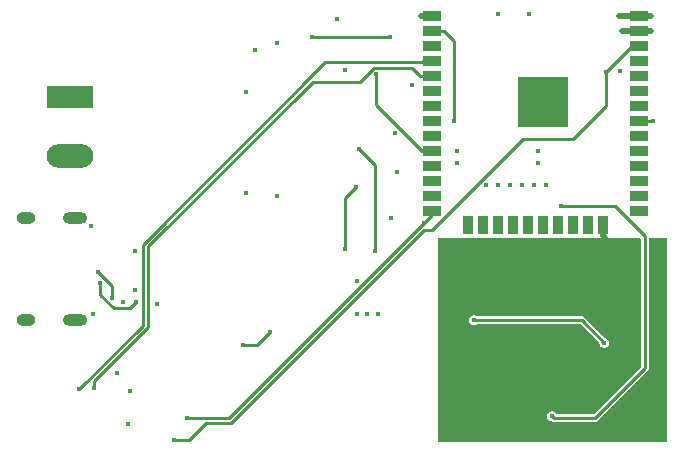
<source format=gbl>
G04 #@! TF.GenerationSoftware,KiCad,Pcbnew,9.0.4*
G04 #@! TF.CreationDate,2025-10-03T12:39:18+02:00*
G04 #@! TF.ProjectId,Mini-EMS-ESP,4d696e69-2d45-44d5-932d-4553502e6b69,rev?*
G04 #@! TF.SameCoordinates,Original*
G04 #@! TF.FileFunction,Copper,L4,Bot*
G04 #@! TF.FilePolarity,Positive*
%FSLAX46Y46*%
G04 Gerber Fmt 4.6, Leading zero omitted, Abs format (unit mm)*
G04 Created by KiCad (PCBNEW 9.0.4) date 2025-10-03 12:39:18*
%MOMM*%
%LPD*%
G01*
G04 APERTURE LIST*
G04 #@! TA.AperFunction,ComponentPad*
%ADD10O,1.600000X1.000000*%
G04 #@! TD*
G04 #@! TA.AperFunction,ComponentPad*
%ADD11O,2.100000X1.000000*%
G04 #@! TD*
G04 #@! TA.AperFunction,ComponentPad*
%ADD12R,3.960000X1.980000*%
G04 #@! TD*
G04 #@! TA.AperFunction,ComponentPad*
%ADD13O,3.960000X1.980000*%
G04 #@! TD*
G04 #@! TA.AperFunction,SMDPad,CuDef*
%ADD14R,1.500000X0.900000*%
G04 #@! TD*
G04 #@! TA.AperFunction,SMDPad,CuDef*
%ADD15R,0.900000X1.500000*%
G04 #@! TD*
G04 #@! TA.AperFunction,SMDPad,CuDef*
%ADD16R,1.050000X1.050000*%
G04 #@! TD*
G04 #@! TA.AperFunction,HeatsinkPad*
%ADD17C,0.600000*%
G04 #@! TD*
G04 #@! TA.AperFunction,HeatsinkPad*
%ADD18R,4.200000X4.200000*%
G04 #@! TD*
G04 #@! TA.AperFunction,ViaPad*
%ADD19C,0.450000*%
G04 #@! TD*
G04 #@! TA.AperFunction,Conductor*
%ADD20C,0.250000*%
G04 #@! TD*
G04 #@! TA.AperFunction,Conductor*
%ADD21C,0.500000*%
G04 #@! TD*
G04 APERTURE END LIST*
D10*
X73826000Y-113032000D03*
X73826000Y-113032000D03*
D11*
X78006000Y-113032000D03*
X78006000Y-113032000D03*
D10*
X73826000Y-104392000D03*
X73826000Y-104392000D03*
D11*
X78006000Y-104392000D03*
X78006000Y-104392000D03*
D12*
X77597000Y-94136000D03*
D13*
X77597000Y-99136000D03*
D14*
X125704000Y-87249000D03*
X125704000Y-88519000D03*
X125704000Y-89789000D03*
X125704000Y-91059000D03*
X125704000Y-92329000D03*
X125704000Y-93599000D03*
X125704000Y-94869000D03*
X125704000Y-96139000D03*
X125704000Y-97409000D03*
X125704000Y-98679000D03*
X125704000Y-99949000D03*
X125704000Y-101219000D03*
X125704000Y-102489000D03*
X125704000Y-103759000D03*
D15*
X122664000Y-105009000D03*
X121394000Y-105009000D03*
X120124000Y-105009000D03*
X118854000Y-105009000D03*
X117584000Y-105009000D03*
X116314000Y-105009000D03*
X115044000Y-105009000D03*
X113774000Y-105009000D03*
X112504000Y-105009000D03*
X111234000Y-105009000D03*
D14*
X108204000Y-103759000D03*
X108204000Y-102489000D03*
X108204000Y-101219000D03*
X108204000Y-99949000D03*
X108204000Y-98679000D03*
X108204000Y-97409000D03*
X108204000Y-96139000D03*
X108204000Y-94869000D03*
X108204000Y-93599000D03*
X108204000Y-92329000D03*
X108204000Y-91059000D03*
X108204000Y-89789000D03*
X108204000Y-88519000D03*
X108204000Y-87249000D03*
D16*
X119159000Y-96114000D03*
D17*
X119159000Y-95351500D03*
D16*
X119159000Y-94589000D03*
D17*
X119159000Y-93826500D03*
D16*
X119159000Y-93064000D03*
D17*
X118396500Y-96114000D03*
X118396500Y-94589000D03*
X118396500Y-93064000D03*
D16*
X117634000Y-96114000D03*
D17*
X117634000Y-95351500D03*
D16*
X117634000Y-94589000D03*
D18*
X117634000Y-94589000D03*
D17*
X117634000Y-93826500D03*
D16*
X117634000Y-93064000D03*
D17*
X116871500Y-96114000D03*
X116871500Y-94589000D03*
X116871500Y-93064000D03*
D16*
X116109000Y-96114000D03*
D17*
X116109000Y-95351500D03*
D16*
X116109000Y-94589000D03*
D17*
X116109000Y-93826500D03*
D16*
X116109000Y-93064000D03*
D19*
X101889168Y-109712368D03*
X94538800Y-113995200D03*
X92252800Y-115163600D03*
X118745000Y-115443000D03*
X79502000Y-112522000D03*
X118745000Y-114554000D03*
X103632000Y-112522000D03*
X117221000Y-115443000D03*
X125603000Y-106553000D03*
X117221000Y-116332000D03*
X82677000Y-118999000D03*
X101854000Y-112522000D03*
X117983000Y-117221000D03*
X102743000Y-112522000D03*
X118745000Y-113665000D03*
X117221000Y-117221000D03*
X121285000Y-119761000D03*
X119761000Y-118745000D03*
X81534000Y-117475000D03*
X100203000Y-87503000D03*
X117983000Y-115443000D03*
X117221000Y-98679000D03*
X124841000Y-106553000D03*
X84963000Y-111633000D03*
X92456000Y-93726000D03*
X118999000Y-118745000D03*
X83058000Y-107188000D03*
X120523000Y-119761000D03*
X93218000Y-90170000D03*
X120523000Y-120777000D03*
X124104400Y-91897200D03*
X95123000Y-89535000D03*
X83058000Y-110490000D03*
X117221000Y-114554000D03*
X124079000Y-106553000D03*
X119761000Y-119761000D03*
X118999000Y-120777000D03*
X82042000Y-111506000D03*
X79375000Y-105029000D03*
X100838000Y-91821000D03*
X126746000Y-87249000D03*
X105283000Y-100457000D03*
X95123000Y-102489000D03*
X118745000Y-117221000D03*
X117983000Y-116332000D03*
X117221000Y-99695000D03*
X119761000Y-120777000D03*
X124079000Y-87249000D03*
X104775000Y-104394000D03*
X117221000Y-113665000D03*
X92456000Y-102235000D03*
X117983000Y-114554000D03*
X107315000Y-87249000D03*
X123317000Y-106553000D03*
X121285000Y-118745000D03*
X118999000Y-119761000D03*
X118745000Y-116332000D03*
X117983000Y-113665000D03*
X113842800Y-87122000D03*
X121285000Y-120777000D03*
X120523000Y-118745000D03*
X105123000Y-97188000D03*
X115824000Y-101600000D03*
X112776000Y-101600000D03*
X118364000Y-121158000D03*
X113792000Y-101600000D03*
X110363000Y-99695000D03*
X116840000Y-101600000D03*
X106553000Y-93091000D03*
X126746000Y-88519000D03*
X124333000Y-88519000D03*
X110363000Y-98679000D03*
X116433600Y-87071200D03*
X119126000Y-103378000D03*
X82448400Y-121818400D03*
X114808000Y-101600000D03*
X117856000Y-101600000D03*
X102006400Y-98501200D03*
X103378000Y-107137200D03*
X100838000Y-106984800D03*
X101778750Y-101778750D03*
X103505000Y-92185000D03*
X122809000Y-114935000D03*
X111760000Y-113030000D03*
X87503000Y-121285000D03*
X107543600Y-104800400D03*
X86360000Y-123190000D03*
X122936000Y-92025000D03*
X98044000Y-89052400D03*
X104648000Y-89052400D03*
X110109000Y-96139000D03*
X79629000Y-118745000D03*
X78359000Y-118872000D03*
X80137000Y-109855000D03*
X83185000Y-111506000D03*
X81153000Y-111142000D03*
X79947000Y-108913000D03*
X126949200Y-96164400D03*
D20*
X93370400Y-115163600D02*
X94538800Y-113995200D01*
X92252800Y-115163600D02*
X93370400Y-115163600D01*
D21*
X122664000Y-105009000D02*
X122664000Y-105900000D01*
X124079000Y-87249000D02*
X125704000Y-87249000D01*
X107315000Y-87249000D02*
X108204000Y-87249000D01*
X125704000Y-87249000D02*
X126746000Y-87249000D01*
X122664000Y-105900000D02*
X123317000Y-106553000D01*
D20*
X122029000Y-121303000D02*
X126238000Y-117094000D01*
D21*
X125704000Y-88519000D02*
X126746000Y-88519000D01*
D20*
X126238000Y-117094000D02*
X126238000Y-105918000D01*
X123698000Y-103378000D02*
X119126000Y-103378000D01*
X126238000Y-105918000D02*
X123698000Y-103378000D01*
X118509000Y-121303000D02*
X122029000Y-121303000D01*
X118364000Y-121158000D02*
X118509000Y-121303000D01*
D21*
X124333000Y-88519000D02*
X125704000Y-88519000D01*
D20*
X103378000Y-107137200D02*
X103378000Y-99872800D01*
X103378000Y-99872800D02*
X102006400Y-98501200D01*
X100838000Y-102719500D02*
X101778750Y-101778750D01*
X100838000Y-106984800D02*
X100838000Y-102719500D01*
X107357877Y-98679000D02*
X103462939Y-94784061D01*
X108204000Y-98679000D02*
X107357877Y-98679000D01*
X103462939Y-92227061D02*
X103462939Y-94784061D01*
X103505000Y-92185000D02*
X103462939Y-92227061D01*
X111760000Y-113030000D02*
X120904000Y-113030000D01*
X120904000Y-113030000D02*
X122809000Y-114935000D01*
X107543600Y-104800400D02*
X108204000Y-104140000D01*
X87503000Y-121285000D02*
X91059000Y-121285000D01*
X108204000Y-104140000D02*
X108204000Y-103759000D01*
X91059000Y-121285000D02*
X107543600Y-104800400D01*
X91235454Y-121711000D02*
X107552727Y-105393727D01*
X115951000Y-97663000D02*
X120142000Y-97663000D01*
X108220273Y-105393727D02*
X115951000Y-97663000D01*
X86360000Y-123190000D02*
X87630000Y-123190000D01*
X125172000Y-89789000D02*
X125704000Y-89789000D01*
X122936000Y-92025000D02*
X125172000Y-89789000D01*
X122936000Y-94869000D02*
X122936000Y-92025000D01*
X87630000Y-123190000D02*
X89109000Y-121711000D01*
X107552727Y-105393727D02*
X108220273Y-105393727D01*
X120142000Y-97663000D02*
X122936000Y-94869000D01*
X104648000Y-89052400D02*
X98044000Y-89052400D01*
X110109000Y-89424000D02*
X110109000Y-96139000D01*
X108204000Y-88519000D02*
X109204000Y-88519000D01*
X109204000Y-88519000D02*
X110109000Y-89424000D01*
X102109123Y-92837000D02*
X103287123Y-91659000D01*
X103287123Y-91659000D02*
X106534000Y-91659000D01*
X79629000Y-118745000D02*
X79629000Y-118204454D01*
X79629000Y-118204454D02*
X84201000Y-113632454D01*
X98138454Y-92837000D02*
X102109123Y-92837000D01*
X107204000Y-92329000D02*
X108204000Y-92329000D01*
X106534000Y-91659000D02*
X107204000Y-92329000D01*
X84201000Y-113632454D02*
X84201000Y-106774454D01*
X84201000Y-106774454D02*
X98138454Y-92837000D01*
X83711000Y-106662000D02*
X83711000Y-113520000D01*
X108204000Y-91059000D02*
X107442000Y-91059000D01*
X107442000Y-91059000D02*
X107315000Y-91186000D01*
X99187000Y-91186000D02*
X83711000Y-106662000D01*
X107315000Y-91186000D02*
X99187000Y-91186000D01*
X83711000Y-113520000D02*
X78359000Y-118872000D01*
X80137000Y-109855000D02*
X80137000Y-110871000D01*
X81298000Y-112032000D02*
X82659000Y-112032000D01*
X82659000Y-112032000D02*
X83185000Y-111506000D01*
X80137000Y-110871000D02*
X81298000Y-112032000D01*
X81153000Y-110119000D02*
X79947000Y-108913000D01*
X81153000Y-111142000D02*
X81153000Y-110119000D01*
X126949200Y-96164400D02*
X125729400Y-96164400D01*
X125729400Y-96164400D02*
X125704000Y-96139000D01*
X89109000Y-121711000D02*
X91235454Y-121711000D01*
G04 #@! TA.AperFunction,Conductor*
G36*
X125855539Y-106064685D02*
G01*
X125901294Y-106117489D01*
X125912500Y-106169000D01*
X125912500Y-116907811D01*
X125892815Y-116974850D01*
X125876181Y-116995492D01*
X121930492Y-120941181D01*
X121869169Y-120974666D01*
X121842811Y-120977500D01*
X118822705Y-120977500D01*
X118755666Y-120957815D01*
X118715319Y-120915502D01*
X118704485Y-120896737D01*
X118625263Y-120817515D01*
X118528237Y-120761497D01*
X118420018Y-120732500D01*
X118307982Y-120732500D01*
X118199763Y-120761497D01*
X118199760Y-120761498D01*
X118102740Y-120817513D01*
X118102734Y-120817517D01*
X118023517Y-120896734D01*
X118023513Y-120896740D01*
X117967498Y-120993760D01*
X117967497Y-120993763D01*
X117938500Y-121101982D01*
X117938500Y-121214018D01*
X117967497Y-121322237D01*
X118023515Y-121419263D01*
X118102737Y-121498485D01*
X118199763Y-121554503D01*
X118307982Y-121583500D01*
X118310614Y-121583500D01*
X118313155Y-121584180D01*
X118316042Y-121584561D01*
X118315991Y-121584941D01*
X118372612Y-121600112D01*
X118383361Y-121606318D01*
X118466147Y-121628500D01*
X118466149Y-121628500D01*
X122071851Y-121628500D01*
X122071853Y-121628500D01*
X122154639Y-121606318D01*
X122228862Y-121563465D01*
X126498465Y-117293862D01*
X126541318Y-117219639D01*
X126563500Y-117136853D01*
X126563500Y-117051147D01*
X126563500Y-106169000D01*
X126583185Y-106101961D01*
X126635989Y-106056206D01*
X126687500Y-106045000D01*
X128019000Y-106045000D01*
X128086039Y-106064685D01*
X128131794Y-106117489D01*
X128143000Y-106169000D01*
X128143000Y-123193000D01*
X128123315Y-123260039D01*
X128070511Y-123305794D01*
X128019000Y-123317000D01*
X108836000Y-123317000D01*
X108768961Y-123297315D01*
X108723206Y-123244511D01*
X108712000Y-123193000D01*
X108712000Y-112973982D01*
X111334500Y-112973982D01*
X111334500Y-113086018D01*
X111363497Y-113194237D01*
X111419515Y-113291263D01*
X111498737Y-113370485D01*
X111595763Y-113426503D01*
X111703982Y-113455500D01*
X111703984Y-113455500D01*
X111816016Y-113455500D01*
X111816018Y-113455500D01*
X111924237Y-113426503D01*
X112018443Y-113372112D01*
X112080443Y-113355500D01*
X120717811Y-113355500D01*
X120784850Y-113375185D01*
X120805492Y-113391819D01*
X122352249Y-114938575D01*
X122384342Y-114994162D01*
X122412497Y-115099237D01*
X122468515Y-115196263D01*
X122547737Y-115275485D01*
X122644763Y-115331503D01*
X122752982Y-115360500D01*
X122752984Y-115360500D01*
X122865016Y-115360500D01*
X122865018Y-115360500D01*
X122973237Y-115331503D01*
X123070263Y-115275485D01*
X123149485Y-115196263D01*
X123205503Y-115099237D01*
X123234500Y-114991018D01*
X123234500Y-114878982D01*
X123205503Y-114770763D01*
X123149485Y-114673737D01*
X123070263Y-114594515D01*
X122973237Y-114538497D01*
X122868162Y-114510342D01*
X122812575Y-114478249D01*
X121103864Y-112769537D01*
X121103863Y-112769536D01*
X121103862Y-112769535D01*
X121066750Y-112748108D01*
X121029640Y-112726682D01*
X120988246Y-112715591D01*
X120946853Y-112704500D01*
X120946852Y-112704500D01*
X112080443Y-112704500D01*
X112018443Y-112687887D01*
X111924239Y-112633498D01*
X111924238Y-112633497D01*
X111924237Y-112633497D01*
X111816018Y-112604500D01*
X111703982Y-112604500D01*
X111595763Y-112633497D01*
X111595760Y-112633498D01*
X111498740Y-112689513D01*
X111498734Y-112689517D01*
X111419517Y-112768734D01*
X111419513Y-112768740D01*
X111363498Y-112865760D01*
X111363497Y-112865763D01*
X111334500Y-112973982D01*
X108712000Y-112973982D01*
X108712000Y-106169000D01*
X108731685Y-106101961D01*
X108784489Y-106056206D01*
X108836000Y-106045000D01*
X125788500Y-106045000D01*
X125855539Y-106064685D01*
G37*
G04 #@! TD.AperFunction*
M02*

</source>
